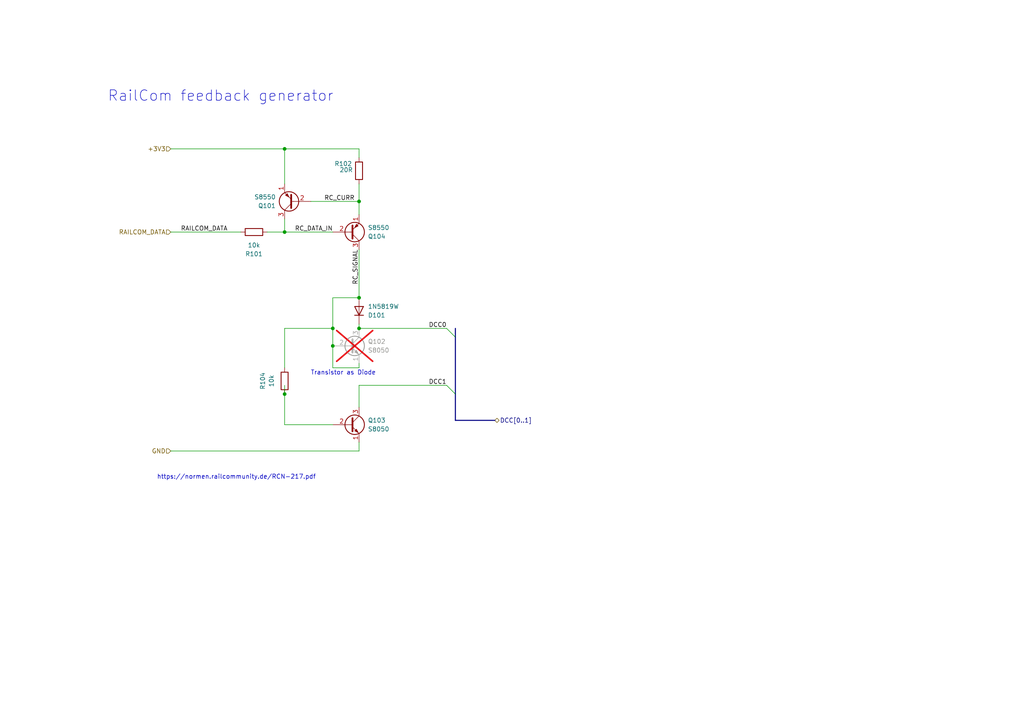
<source format=kicad_sch>
(kicad_sch
	(version 20231120)
	(generator "eeschema")
	(generator_version "8.0")
	(uuid "6d7aefd8-fcb8-4935-b99c-c7045c3b702f")
	(paper "A4")
	(title_block
		(title "xDuinoRail - LocDecoder - Development Kit")
		(date "2024-10-09")
		(rev "v0.2")
		(company "Chatelain Engineering, Bern - CH")
	)
	(lib_symbols
		(symbol "Device:R"
			(pin_numbers hide)
			(pin_names
				(offset 0)
			)
			(exclude_from_sim no)
			(in_bom yes)
			(on_board yes)
			(property "Reference" "R"
				(at 2.032 0 90)
				(effects
					(font
						(size 1.27 1.27)
					)
				)
			)
			(property "Value" "R"
				(at 0 0 90)
				(effects
					(font
						(size 1.27 1.27)
					)
				)
			)
			(property "Footprint" ""
				(at -1.778 0 90)
				(effects
					(font
						(size 1.27 1.27)
					)
					(hide yes)
				)
			)
			(property "Datasheet" "~"
				(at 0 0 0)
				(effects
					(font
						(size 1.27 1.27)
					)
					(hide yes)
				)
			)
			(property "Description" "Resistor"
				(at 0 0 0)
				(effects
					(font
						(size 1.27 1.27)
					)
					(hide yes)
				)
			)
			(property "ki_keywords" "R res resistor"
				(at 0 0 0)
				(effects
					(font
						(size 1.27 1.27)
					)
					(hide yes)
				)
			)
			(property "ki_fp_filters" "R_*"
				(at 0 0 0)
				(effects
					(font
						(size 1.27 1.27)
					)
					(hide yes)
				)
			)
			(symbol "R_0_1"
				(rectangle
					(start -1.016 -2.54)
					(end 1.016 2.54)
					(stroke
						(width 0.254)
						(type default)
					)
					(fill
						(type none)
					)
				)
			)
			(symbol "R_1_1"
				(pin passive line
					(at 0 3.81 270)
					(length 1.27)
					(name "~"
						(effects
							(font
								(size 1.27 1.27)
							)
						)
					)
					(number "1"
						(effects
							(font
								(size 1.27 1.27)
							)
						)
					)
				)
				(pin passive line
					(at 0 -3.81 90)
					(length 1.27)
					(name "~"
						(effects
							(font
								(size 1.27 1.27)
							)
						)
					)
					(number "2"
						(effects
							(font
								(size 1.27 1.27)
							)
						)
					)
				)
			)
		)
		(symbol "Diode:1N4148W"
			(pin_numbers hide)
			(pin_names hide)
			(exclude_from_sim no)
			(in_bom yes)
			(on_board yes)
			(property "Reference" "D"
				(at 0 2.54 0)
				(effects
					(font
						(size 1.27 1.27)
					)
				)
			)
			(property "Value" "1N4148W"
				(at 0 -2.54 0)
				(effects
					(font
						(size 1.27 1.27)
					)
				)
			)
			(property "Footprint" "Diode_SMD:D_SOD-123"
				(at 0 -4.445 0)
				(effects
					(font
						(size 1.27 1.27)
					)
					(hide yes)
				)
			)
			(property "Datasheet" "https://www.vishay.com/docs/85748/1n4148w.pdf"
				(at 0 0 0)
				(effects
					(font
						(size 1.27 1.27)
					)
					(hide yes)
				)
			)
			(property "Description" "75V 0.15A Fast Switching Diode, SOD-123"
				(at 0 0 0)
				(effects
					(font
						(size 1.27 1.27)
					)
					(hide yes)
				)
			)
			(property "Sim.Device" "D"
				(at 0 0 0)
				(effects
					(font
						(size 1.27 1.27)
					)
					(hide yes)
				)
			)
			(property "Sim.Pins" "1=K 2=A"
				(at 0 0 0)
				(effects
					(font
						(size 1.27 1.27)
					)
					(hide yes)
				)
			)
			(property "ki_keywords" "diode"
				(at 0 0 0)
				(effects
					(font
						(size 1.27 1.27)
					)
					(hide yes)
				)
			)
			(property "ki_fp_filters" "D*SOD?123*"
				(at 0 0 0)
				(effects
					(font
						(size 1.27 1.27)
					)
					(hide yes)
				)
			)
			(symbol "1N4148W_0_1"
				(polyline
					(pts
						(xy -1.27 1.27) (xy -1.27 -1.27)
					)
					(stroke
						(width 0.254)
						(type default)
					)
					(fill
						(type none)
					)
				)
				(polyline
					(pts
						(xy 1.27 0) (xy -1.27 0)
					)
					(stroke
						(width 0)
						(type default)
					)
					(fill
						(type none)
					)
				)
				(polyline
					(pts
						(xy 1.27 1.27) (xy 1.27 -1.27) (xy -1.27 0) (xy 1.27 1.27)
					)
					(stroke
						(width 0.254)
						(type default)
					)
					(fill
						(type none)
					)
				)
			)
			(symbol "1N4148W_1_1"
				(pin passive line
					(at -3.81 0 0)
					(length 2.54)
					(name "K"
						(effects
							(font
								(size 1.27 1.27)
							)
						)
					)
					(number "1"
						(effects
							(font
								(size 1.27 1.27)
							)
						)
					)
				)
				(pin passive line
					(at 3.81 0 180)
					(length 2.54)
					(name "A"
						(effects
							(font
								(size 1.27 1.27)
							)
						)
					)
					(number "2"
						(effects
							(font
								(size 1.27 1.27)
							)
						)
					)
				)
			)
		)
		(symbol "Transistor_BJT:S8050"
			(pin_names
				(offset 0) hide)
			(exclude_from_sim no)
			(in_bom yes)
			(on_board yes)
			(property "Reference" "Q"
				(at 5.08 1.905 0)
				(effects
					(font
						(size 1.27 1.27)
					)
					(justify left)
				)
			)
			(property "Value" "S8050"
				(at 5.08 0 0)
				(effects
					(font
						(size 1.27 1.27)
					)
					(justify left)
				)
			)
			(property "Footprint" "Package_TO_SOT_THT:TO-92_Inline"
				(at 5.08 -1.905 0)
				(effects
					(font
						(size 1.27 1.27)
						(italic yes)
					)
					(justify left)
					(hide yes)
				)
			)
			(property "Datasheet" "http://www.unisonic.com.tw/datasheet/S8050.pdf"
				(at 0 0 0)
				(effects
					(font
						(size 1.27 1.27)
					)
					(justify left)
					(hide yes)
				)
			)
			(property "Description" "0.7A Ic, 20V Vce, Low Voltage High Current NPN Transistor, TO-92"
				(at 0 0 0)
				(effects
					(font
						(size 1.27 1.27)
					)
					(hide yes)
				)
			)
			(property "ki_keywords" "S8050 NPN Low Voltage High Current Transistor"
				(at 0 0 0)
				(effects
					(font
						(size 1.27 1.27)
					)
					(hide yes)
				)
			)
			(property "ki_fp_filters" "TO?92*"
				(at 0 0 0)
				(effects
					(font
						(size 1.27 1.27)
					)
					(hide yes)
				)
			)
			(symbol "S8050_0_1"
				(polyline
					(pts
						(xy 0 0) (xy 0.635 0)
					)
					(stroke
						(width 0)
						(type default)
					)
					(fill
						(type none)
					)
				)
				(polyline
					(pts
						(xy 0.635 0.635) (xy 2.54 2.54)
					)
					(stroke
						(width 0)
						(type default)
					)
					(fill
						(type none)
					)
				)
				(polyline
					(pts
						(xy 0.635 -0.635) (xy 2.54 -2.54) (xy 2.54 -2.54)
					)
					(stroke
						(width 0)
						(type default)
					)
					(fill
						(type none)
					)
				)
				(polyline
					(pts
						(xy 0.635 1.905) (xy 0.635 -1.905) (xy 0.635 -1.905)
					)
					(stroke
						(width 0.508)
						(type default)
					)
					(fill
						(type none)
					)
				)
				(polyline
					(pts
						(xy 1.27 -1.778) (xy 1.778 -1.27) (xy 2.286 -2.286) (xy 1.27 -1.778) (xy 1.27 -1.778)
					)
					(stroke
						(width 0)
						(type default)
					)
					(fill
						(type outline)
					)
				)
				(circle
					(center 1.27 0)
					(radius 2.8194)
					(stroke
						(width 0.254)
						(type default)
					)
					(fill
						(type none)
					)
				)
			)
			(symbol "S8050_1_1"
				(pin passive line
					(at 2.54 -5.08 90)
					(length 2.54)
					(name "E"
						(effects
							(font
								(size 1.27 1.27)
							)
						)
					)
					(number "1"
						(effects
							(font
								(size 1.27 1.27)
							)
						)
					)
				)
				(pin input line
					(at -5.08 0 0)
					(length 5.08)
					(name "B"
						(effects
							(font
								(size 1.27 1.27)
							)
						)
					)
					(number "2"
						(effects
							(font
								(size 1.27 1.27)
							)
						)
					)
				)
				(pin passive line
					(at 2.54 5.08 270)
					(length 2.54)
					(name "C"
						(effects
							(font
								(size 1.27 1.27)
							)
						)
					)
					(number "3"
						(effects
							(font
								(size 1.27 1.27)
							)
						)
					)
				)
			)
		)
		(symbol "Transistor_BJT:S8550"
			(pin_names
				(offset 0) hide)
			(exclude_from_sim no)
			(in_bom yes)
			(on_board yes)
			(property "Reference" "Q"
				(at 5.08 1.905 0)
				(effects
					(font
						(size 1.27 1.27)
					)
					(justify left)
				)
			)
			(property "Value" "S8550"
				(at 5.08 0 0)
				(effects
					(font
						(size 1.27 1.27)
					)
					(justify left)
				)
			)
			(property "Footprint" "Package_TO_SOT_THT:TO-92_Inline"
				(at 5.08 -1.905 0)
				(effects
					(font
						(size 1.27 1.27)
						(italic yes)
					)
					(justify left)
					(hide yes)
				)
			)
			(property "Datasheet" "http://www.unisonic.com.tw/datasheet/S8550.pdf"
				(at 0 0 0)
				(effects
					(font
						(size 1.27 1.27)
					)
					(justify left)
					(hide yes)
				)
			)
			(property "Description" "0.7A Ic, 20V Vce, Low Voltage High Current PNP Transistor, TO-92"
				(at 0 0 0)
				(effects
					(font
						(size 1.27 1.27)
					)
					(hide yes)
				)
			)
			(property "ki_keywords" "S8550 PNP Low Voltage High Current Transistor"
				(at 0 0 0)
				(effects
					(font
						(size 1.27 1.27)
					)
					(hide yes)
				)
			)
			(property "ki_fp_filters" "TO?92*"
				(at 0 0 0)
				(effects
					(font
						(size 1.27 1.27)
					)
					(hide yes)
				)
			)
			(symbol "S8550_0_1"
				(polyline
					(pts
						(xy 0 0) (xy 0.635 0)
					)
					(stroke
						(width 0)
						(type default)
					)
					(fill
						(type none)
					)
				)
				(polyline
					(pts
						(xy 2.54 -2.54) (xy 0.635 -0.635)
					)
					(stroke
						(width 0)
						(type default)
					)
					(fill
						(type none)
					)
				)
				(polyline
					(pts
						(xy 2.54 2.54) (xy 0.635 0.635)
					)
					(stroke
						(width 0)
						(type default)
					)
					(fill
						(type none)
					)
				)
				(polyline
					(pts
						(xy 0.635 1.905) (xy 0.635 -1.905) (xy 0.635 -1.905)
					)
					(stroke
						(width 0.508)
						(type default)
					)
					(fill
						(type outline)
					)
				)
				(polyline
					(pts
						(xy 1.778 -2.286) (xy 2.286 -1.778) (xy 1.27 -1.27) (xy 1.778 -2.286) (xy 1.778 -2.286)
					)
					(stroke
						(width 0)
						(type default)
					)
					(fill
						(type outline)
					)
				)
				(circle
					(center 1.27 0)
					(radius 2.8194)
					(stroke
						(width 0.254)
						(type default)
					)
					(fill
						(type none)
					)
				)
			)
			(symbol "S8550_1_1"
				(pin passive line
					(at 2.54 -5.08 90)
					(length 2.54)
					(name "E"
						(effects
							(font
								(size 1.27 1.27)
							)
						)
					)
					(number "1"
						(effects
							(font
								(size 1.27 1.27)
							)
						)
					)
				)
				(pin input line
					(at -5.08 0 0)
					(length 5.08)
					(name "B"
						(effects
							(font
								(size 1.27 1.27)
							)
						)
					)
					(number "2"
						(effects
							(font
								(size 1.27 1.27)
							)
						)
					)
				)
				(pin passive line
					(at 2.54 5.08 270)
					(length 2.54)
					(name "C"
						(effects
							(font
								(size 1.27 1.27)
							)
						)
					)
					(number "3"
						(effects
							(font
								(size 1.27 1.27)
							)
						)
					)
				)
			)
		)
	)
	(junction
		(at 104.14 95.25)
		(diameter 0)
		(color 0 0 0 0)
		(uuid "0652522d-82e9-4ad9-8814-0bdfc78787ac")
	)
	(junction
		(at 96.52 100.33)
		(diameter 0)
		(color 0 0 0 0)
		(uuid "69565bf1-b601-44e5-8e6d-df4256a72342")
	)
	(junction
		(at 96.52 95.25)
		(diameter 0)
		(color 0 0 0 0)
		(uuid "6ebe5d1b-5bde-439d-8c10-02c75137a6a8")
	)
	(junction
		(at 104.14 86.36)
		(diameter 0)
		(color 0 0 0 0)
		(uuid "7bbb1eda-a4b1-441d-bc89-002d1ef9502e")
	)
	(junction
		(at 82.55 114.3)
		(diameter 0)
		(color 0 0 0 0)
		(uuid "a3e9acff-228a-4074-9153-5682b06ea711")
	)
	(junction
		(at 104.14 58.42)
		(diameter 0)
		(color 0 0 0 0)
		(uuid "ca62f718-3f5b-466c-a8fd-e34876271d96")
	)
	(junction
		(at 82.55 67.31)
		(diameter 0)
		(color 0 0 0 0)
		(uuid "d4d1e924-1cfc-4f72-b20c-33efe17d6fd6")
	)
	(junction
		(at 82.55 43.18)
		(diameter 0)
		(color 0 0 0 0)
		(uuid "dd080056-1331-4fd2-aeea-528367476e55")
	)
	(bus_entry
		(at 129.54 95.25)
		(size 2.54 2.54)
		(stroke
			(width 0)
			(type default)
		)
		(uuid "2dc9aa59-395a-4eb3-9fdf-fdb1d7d482f5")
	)
	(bus_entry
		(at 129.54 111.76)
		(size 2.54 2.54)
		(stroke
			(width 0)
			(type default)
		)
		(uuid "51c5254b-26ce-4f75-bf97-a6eb7de392c2")
	)
	(wire
		(pts
			(xy 104.14 53.34) (xy 104.14 58.42)
		)
		(stroke
			(width 0)
			(type default)
		)
		(uuid "0510b71e-a58f-4219-a921-cbfca355a663")
	)
	(wire
		(pts
			(xy 82.55 95.25) (xy 82.55 106.68)
		)
		(stroke
			(width 0)
			(type default)
		)
		(uuid "069f0117-de89-4411-96a5-2f56aadca6bc")
	)
	(wire
		(pts
			(xy 104.14 86.36) (xy 96.52 86.36)
		)
		(stroke
			(width 0)
			(type default)
		)
		(uuid "0bbf2107-0796-4d4c-83d4-3f50abee3b55")
	)
	(wire
		(pts
			(xy 82.55 111.76) (xy 82.55 114.3)
		)
		(stroke
			(width 0)
			(type default)
		)
		(uuid "0fadfe8a-aa63-40cd-b28a-fc141c5fce6b")
	)
	(wire
		(pts
			(xy 96.52 95.25) (xy 96.52 100.33)
		)
		(stroke
			(width 0)
			(type default)
		)
		(uuid "10756a4b-0cde-455e-a4fb-9f9856f84ebc")
	)
	(bus
		(pts
			(xy 132.08 114.3) (xy 132.08 97.79)
		)
		(stroke
			(width 0)
			(type default)
		)
		(uuid "139ab54c-f7d7-49e2-ad51-1db4fd3c7ce2")
	)
	(bus
		(pts
			(xy 143.51 121.92) (xy 132.08 121.92)
		)
		(stroke
			(width 0)
			(type default)
		)
		(uuid "1c6b7143-6c90-4b52-b1b8-f25b8731f408")
	)
	(wire
		(pts
			(xy 69.85 67.31) (xy 49.53 67.31)
		)
		(stroke
			(width 0)
			(type default)
		)
		(uuid "1c9c5692-f584-4323-9ddd-7430974807bd")
	)
	(wire
		(pts
			(xy 96.52 100.33) (xy 96.52 106.68)
		)
		(stroke
			(width 0)
			(type default)
		)
		(uuid "23d61184-aa7f-4d33-a8e6-2f5c8c7a6e3a")
	)
	(wire
		(pts
			(xy 104.14 111.76) (xy 129.54 111.76)
		)
		(stroke
			(width 0)
			(type default)
		)
		(uuid "29eef93e-52fc-487d-8150-dc477cd82f5e")
	)
	(wire
		(pts
			(xy 82.55 63.5) (xy 82.55 67.31)
		)
		(stroke
			(width 0)
			(type default)
		)
		(uuid "2d0086e8-1cde-49ec-9205-043f700eaab9")
	)
	(wire
		(pts
			(xy 104.14 86.36) (xy 104.14 72.39)
		)
		(stroke
			(width 0)
			(type default)
		)
		(uuid "4041f1d3-d1b6-4265-bf72-63d1bf8dbed9")
	)
	(wire
		(pts
			(xy 104.14 45.72) (xy 104.14 43.18)
		)
		(stroke
			(width 0)
			(type default)
		)
		(uuid "42828076-3501-4dfa-bbc4-6424af4c3131")
	)
	(bus
		(pts
			(xy 132.08 97.79) (xy 132.08 95.25)
		)
		(stroke
			(width 0)
			(type default)
		)
		(uuid "443d90b3-1f0c-4d97-ae90-b15a4f755e0c")
	)
	(wire
		(pts
			(xy 96.52 86.36) (xy 96.52 95.25)
		)
		(stroke
			(width 0)
			(type default)
		)
		(uuid "49daf5b7-2413-4f90-9efe-30b4dd4d6486")
	)
	(wire
		(pts
			(xy 96.52 95.25) (xy 82.55 95.25)
		)
		(stroke
			(width 0)
			(type default)
		)
		(uuid "4c8f52e7-f354-4f9f-b44f-907c6c6a64c4")
	)
	(wire
		(pts
			(xy 104.14 58.42) (xy 104.14 62.23)
		)
		(stroke
			(width 0)
			(type default)
		)
		(uuid "5bfc42a0-4add-4367-ad61-fb3eb59d9245")
	)
	(wire
		(pts
			(xy 104.14 93.98) (xy 104.14 95.25)
		)
		(stroke
			(width 0)
			(type default)
		)
		(uuid "69e09673-8071-4ec4-87da-c430b2d62f7c")
	)
	(wire
		(pts
			(xy 82.55 43.18) (xy 104.14 43.18)
		)
		(stroke
			(width 0)
			(type default)
		)
		(uuid "6c6c2fde-86d0-45bb-95d1-a7c8270a0947")
	)
	(wire
		(pts
			(xy 82.55 43.18) (xy 82.55 53.34)
		)
		(stroke
			(width 0)
			(type default)
		)
		(uuid "80842b94-3929-496a-ad07-e6f56fa2c4cd")
	)
	(wire
		(pts
			(xy 77.47 67.31) (xy 82.55 67.31)
		)
		(stroke
			(width 0)
			(type default)
		)
		(uuid "a0722c2b-edf0-481c-9e8f-4dfd99612bca")
	)
	(wire
		(pts
			(xy 49.53 130.81) (xy 104.14 130.81)
		)
		(stroke
			(width 0)
			(type default)
		)
		(uuid "a4093914-92d6-4e03-8f5c-b669f535a1a5")
	)
	(wire
		(pts
			(xy 96.52 123.19) (xy 82.55 123.19)
		)
		(stroke
			(width 0)
			(type default)
		)
		(uuid "a46d1f6a-442f-44ac-b9f1-093c1b4985e8")
	)
	(wire
		(pts
			(xy 104.14 58.42) (xy 90.17 58.42)
		)
		(stroke
			(width 0)
			(type default)
		)
		(uuid "a55d065e-68fa-4ec2-a9b1-baea70edea71")
	)
	(wire
		(pts
			(xy 129.54 95.25) (xy 104.14 95.25)
		)
		(stroke
			(width 0)
			(type default)
		)
		(uuid "b700b366-1b24-4e42-807a-2decb4983d77")
	)
	(wire
		(pts
			(xy 104.14 106.68) (xy 104.14 105.41)
		)
		(stroke
			(width 0)
			(type default)
		)
		(uuid "b7d40256-03e2-40e7-83a3-3995744f7c46")
	)
	(wire
		(pts
			(xy 82.55 43.18) (xy 49.53 43.18)
		)
		(stroke
			(width 0)
			(type default)
		)
		(uuid "bc2d20b8-6f21-455f-9d1d-11b5bdd78d0a")
	)
	(wire
		(pts
			(xy 96.52 67.31) (xy 82.55 67.31)
		)
		(stroke
			(width 0)
			(type default)
		)
		(uuid "c7c225d5-13a7-42ed-8fef-fec78efc480b")
	)
	(wire
		(pts
			(xy 82.55 114.3) (xy 82.55 123.19)
		)
		(stroke
			(width 0)
			(type default)
		)
		(uuid "ca3f6dea-c90f-4582-bd40-daa4fda5e946")
	)
	(bus
		(pts
			(xy 132.08 121.92) (xy 132.08 114.3)
		)
		(stroke
			(width 0)
			(type default)
		)
		(uuid "cf8ea145-f5a3-4b32-8c87-356a473b11ca")
	)
	(wire
		(pts
			(xy 104.14 118.11) (xy 104.14 111.76)
		)
		(stroke
			(width 0)
			(type default)
		)
		(uuid "db9c2452-c2f9-4c8a-8911-ace306176a59")
	)
	(wire
		(pts
			(xy 96.52 106.68) (xy 104.14 106.68)
		)
		(stroke
			(width 0)
			(type default)
		)
		(uuid "e31c5264-19c3-44c4-b382-001e1cf741e2")
	)
	(wire
		(pts
			(xy 104.14 130.81) (xy 104.14 128.27)
		)
		(stroke
			(width 0)
			(type default)
		)
		(uuid "f021154a-033e-425e-b799-770e0bb527c8")
	)
	(text "Transistor as Diode"
		(exclude_from_sim no)
		(at 99.568 108.204 0)
		(effects
			(font
				(size 1.27 1.27)
			)
		)
		(uuid "39edae8a-16de-4562-b041-60b2f4f3fdec")
	)
	(text "RailCom feedback generator"
		(exclude_from_sim no)
		(at 64.008 27.94 0)
		(effects
			(font
				(size 3.048 3.048)
			)
		)
		(uuid "4bd3dc2a-2063-413e-999c-593cb966b599")
	)
	(text "https://normen.railcommunity.de/RCN-217.pdf"
		(exclude_from_sim no)
		(at 68.58 138.43 0)
		(effects
			(font
				(size 1.27 1.27)
			)
		)
		(uuid "9e86799d-4ff4-4e68-8d50-6fa5177fad79")
	)
	(label "RC_CURR"
		(at 102.87 58.42 180)
		(effects
			(font
				(size 1.27 1.27)
			)
			(justify right bottom)
		)
		(uuid "26a16335-6596-4ee3-af3e-1bc0ad95ad2a")
	)
	(label "RC_DATA_IN"
		(at 96.52 67.31 180)
		(effects
			(font
				(size 1.27 1.27)
			)
			(justify right bottom)
		)
		(uuid "36762723-fc5f-4dc3-9969-8e9ab5be656f")
	)
	(label "RC_SIGNAL"
		(at 104.14 82.55 90)
		(effects
			(font
				(size 1.27 1.27)
			)
			(justify left bottom)
		)
		(uuid "7c78d186-b3f4-4d52-b44c-63d0bc9735bd")
	)
	(label "DCC1"
		(at 129.54 111.76 180)
		(effects
			(font
				(size 1.27 1.27)
			)
			(justify right bottom)
		)
		(uuid "cce0629f-3916-4190-a30b-62dc068bf01f")
	)
	(label "DCC0"
		(at 129.54 95.25 180)
		(effects
			(font
				(size 1.27 1.27)
			)
			(justify right bottom)
		)
		(uuid "d5397358-05be-4349-8291-7077f00da089")
	)
	(label "RAILCOM_DATA"
		(at 66.04 67.31 180)
		(effects
			(font
				(size 1.27 1.27)
			)
			(justify right bottom)
		)
		(uuid "f7bc0e68-cc42-43e2-8f80-ba4d512a1c89")
	)
	(hierarchical_label "DCC[0..1]"
		(shape bidirectional)
		(at 143.51 121.92 0)
		(effects
			(font
				(size 1.27 1.27)
			)
			(justify left)
		)
		(uuid "132b29dd-180a-4f14-a732-72c9b9831161")
	)
	(hierarchical_label "GND"
		(shape input)
		(at 49.53 130.81 180)
		(effects
			(font
				(size 1.27 1.27)
			)
			(justify right)
		)
		(uuid "25cd67eb-429d-4c8f-bbd7-92ce915ed5ae")
	)
	(hierarchical_label "+3V3"
		(shape input)
		(at 49.53 43.18 180)
		(effects
			(font
				(size 1.27 1.27)
			)
			(justify right)
		)
		(uuid "cc801ee5-4cf7-4096-9b9e-6a13d61aa26b")
	)
	(hierarchical_label "RAILCOM_DATA"
		(shape input)
		(at 49.53 67.31 180)
		(effects
			(font
				(size 1.27 1.27)
			)
			(justify right)
		)
		(uuid "d1be0aa3-a748-498a-9394-478e861d198b")
	)
	(symbol
		(lib_id "Transistor_BJT:S8550")
		(at 85.09 58.42 180)
		(unit 1)
		(exclude_from_sim no)
		(in_bom yes)
		(on_board yes)
		(dnp no)
		(uuid "026ed440-3867-473a-96c7-950a7b491d85")
		(property "Reference" "Q101"
			(at 80.01 59.69 0)
			(effects
				(font
					(size 1.27 1.27)
				)
				(justify left)
			)
		)
		(property "Value" "S8550"
			(at 80.01 57.15 0)
			(effects
				(font
					(size 1.27 1.27)
				)
				(justify left)
			)
		)
		(property "Footprint" "xDuinoRail:8x50_SOT-23"
			(at 80.01 56.515 0)
			(effects
				(font
					(size 1.27 1.27)
					(italic yes)
				)
				(justify left)
				(hide yes)
			)
		)
		(property "Datasheet" "http://www.unisonic.com.tw/datasheet/S8550.pdf"
			(at 85.09 58.42 0)
			(effects
				(font
					(size 1.27 1.27)
				)
				(justify left)
				(hide yes)
			)
		)
		(property "Description" "0.7A Ic, 20V Vce, Low Voltage High Current PNP Transistor, TO-92"
			(at 85.09 58.42 0)
			(effects
				(font
					(size 1.27 1.27)
				)
				(hide yes)
			)
		)
		(property "LCSC" "C8542"
			(at 85.09 58.42 0)
			(effects
				(font
					(size 1.27 1.27)
				)
				(hide yes)
			)
		)
		(property "Field-1" ""
			(at 85.09 58.42 0)
			(effects
				(font
					(size 1.27 1.27)
				)
				(hide yes)
			)
		)
		(property "OLI_ID" "S8550-2TY_SOT-23"
			(at 85.09 58.42 0)
			(effects
				(font
					(size 1.27 1.27)
				)
				(hide yes)
			)
		)
		(property "Frequency" ""
			(at 85.09 58.42 0)
			(effects
				(font
					(size 1.27 1.27)
				)
				(hide yes)
			)
		)
		(property "LCSC Part #" ""
			(at 85.09 58.42 0)
			(effects
				(font
					(size 1.27 1.27)
				)
				(hide yes)
			)
		)
		(property "rohs_cert_or_in_datasheet" ""
			(at 85.09 58.42 0)
			(effects
				(font
					(size 1.27 1.27)
				)
				(hide yes)
			)
		)
		(property "Sim.Device" "PNP"
			(at 85.09 58.42 0)
			(effects
				(font
					(size 1.27 1.27)
				)
				(hide yes)
			)
		)
		(property "Sim.Type" "GUMMELPOON"
			(at 85.09 58.42 0)
			(effects
				(font
					(size 1.27 1.27)
				)
				(hide yes)
			)
		)
		(property "Sim.Pins" "3=C 2=B 1=E"
			(at 85.09 58.42 0)
			(effects
				(font
					(size 1.27 1.27)
				)
				(hide yes)
			)
		)
		(property "Sim.Library" "__ltspice\\8x50.lib"
			(at 85.09 58.42 0)
			(effects
				(font
					(size 1.27 1.27)
				)
				(hide yes)
			)
		)
		(property "Sim.Name" "S8550"
			(at 85.09 58.42 0)
			(effects
				(font
					(size 1.27 1.27)
				)
				(hide yes)
			)
		)
		(property "Sim.Params" ""
			(at 85.09 58.42 0)
			(effects
				(font
					(size 1.27 1.27)
				)
				(hide yes)
			)
		)
		(property "P/N" ""
			(at 85.09 58.42 0)
			(effects
				(font
					(size 1.27 1.27)
				)
				(hide yes)
			)
		)
		(pin "1"
			(uuid "df86325d-f415-41e9-8ffb-f0e678cea4b6")
		)
		(pin "2"
			(uuid "b1adbdb8-f525-4372-8c98-d2985bf4ad1d")
		)
		(pin "3"
			(uuid "624e2054-f733-4e1f-b63a-e91be6ab3c8e")
		)
		(instances
			(project "rails_signal_feedback_dcc-railcom-8x50"
				(path "/6d7aefd8-fcb8-4935-b99c-c7045c3b702f"
					(reference "Q101")
					(unit 1)
				)
				(path "/6d7aefd8-fcb8-4935-b99c-c7045c3b702f/2444bbf9-5682-4e11-b667-350d7de8ca4f"
					(reference "Q101")
					(unit 1)
				)
			)
			(project "xDuinoRail-Arduino-RailcomDetect-Dev"
				(path "/81b33966-136c-4d5d-8e55-9dddbbd3dbe5/2e760e4f-382c-4bbb-b931-2c889ce9fb97"
					(reference "Q801")
					(unit 1)
				)
			)
			(project "xDuinoRails-Fortuna-M"
				(path "/fb33ec4e-6596-45d2-a121-8d3475acd69a/c9229de7-1ed3-435d-9b11-33fa2e05ec65/b3e33b0b-4447-491d-8248-39a0d5e1dc57"
					(reference "Q601")
					(unit 1)
				)
			)
		)
	)
	(symbol
		(lib_id "Transistor_BJT:S8550")
		(at 101.6 67.31 0)
		(mirror x)
		(unit 1)
		(exclude_from_sim no)
		(in_bom yes)
		(on_board yes)
		(dnp no)
		(uuid "15a74d9e-94e4-47a9-984e-b42dc5aa5844")
		(property "Reference" "Q104"
			(at 106.68 68.58 0)
			(effects
				(font
					(size 1.27 1.27)
				)
				(justify left)
			)
		)
		(property "Value" "S8550"
			(at 106.68 66.04 0)
			(effects
				(font
					(size 1.27 1.27)
				)
				(justify left)
			)
		)
		(property "Footprint" "xDuinoRail:8x50_SOT-23"
			(at 106.68 65.405 0)
			(effects
				(font
					(size 1.27 1.27)
					(italic yes)
				)
				(justify left)
				(hide yes)
			)
		)
		(property "Datasheet" "http://www.unisonic.com.tw/datasheet/S8550.pdf"
			(at 101.6 67.31 0)
			(effects
				(font
					(size 1.27 1.27)
				)
				(justify left)
				(hide yes)
			)
		)
		(property "Description" "0.7A Ic, 20V Vce, Low Voltage High Current PNP Transistor, TO-92"
			(at 101.6 67.31 0)
			(effects
				(font
					(size 1.27 1.27)
				)
				(hide yes)
			)
		)
		(property "LCSC" "C8542"
			(at 101.6 67.31 0)
			(effects
				(font
					(size 1.27 1.27)
				)
				(hide yes)
			)
		)
		(property "Field-1" ""
			(at 101.6 67.31 0)
			(effects
				(font
					(size 1.27 1.27)
				)
				(hide yes)
			)
		)
		(property "OLI_ID" "S8550-2TY_SOT-23"
			(at 101.6 67.31 0)
			(effects
				(font
					(size 1.27 1.27)
				)
				(hide yes)
			)
		)
		(property "Frequency" ""
			(at 101.6 67.31 0)
			(effects
				(font
					(size 1.27 1.27)
				)
				(hide yes)
			)
		)
		(property "LCSC Part #" ""
			(at 101.6 67.31 0)
			(effects
				(font
					(size 1.27 1.27)
				)
				(hide yes)
			)
		)
		(property "rohs_cert_or_in_datasheet" ""
			(at 101.6 67.31 0)
			(effects
				(font
					(size 1.27 1.27)
				)
				(hide yes)
			)
		)
		(property "Sim.Device" "PNP"
			(at 101.6 67.31 0)
			(effects
				(font
					(size 1.27 1.27)
				)
				(hide yes)
			)
		)
		(property "Sim.Pins" "3=C 2=B 1=E"
			(at 101.6 67.31 0)
			(effects
				(font
					(size 1.27 1.27)
				)
				(hide yes)
			)
		)
		(property "Sim.Type" "GUMMELPOON"
			(at 101.6 67.31 0)
			(effects
				(font
					(size 1.27 1.27)
				)
				(hide yes)
			)
		)
		(property "Sim.Library" "__ltspice\\8x50.lib"
			(at 101.6 67.31 0)
			(effects
				(font
					(size 1.27 1.27)
				)
				(hide yes)
			)
		)
		(property "Sim.Name" "S8550"
			(at 101.6 67.31 0)
			(effects
				(font
					(size 1.27 1.27)
				)
				(hide yes)
			)
		)
		(property "Sim.Params" ""
			(at 101.6 67.31 0)
			(effects
				(font
					(size 1.27 1.27)
				)
				(hide yes)
			)
		)
		(property "P/N" ""
			(at 101.6 67.31 0)
			(effects
				(font
					(size 1.27 1.27)
				)
				(hide yes)
			)
		)
		(pin "1"
			(uuid "7a4c76f5-6b01-418c-841e-221f250767e2")
		)
		(pin "2"
			(uuid "d800111e-5892-4915-9fa4-b809b4db194d")
		)
		(pin "3"
			(uuid "a15b99a7-b7db-4266-b1f6-96fedab17dd6")
		)
		(instances
			(project "rails_signal_feedback_dcc-railcom-8x50"
				(path "/6d7aefd8-fcb8-4935-b99c-c7045c3b702f"
					(reference "Q104")
					(unit 1)
				)
				(path "/6d7aefd8-fcb8-4935-b99c-c7045c3b702f/2444bbf9-5682-4e11-b667-350d7de8ca4f"
					(reference "Q104")
					(unit 1)
				)
			)
			(project "xDuinoRail-Arduino-RailcomDetect-Dev"
				(path "/81b33966-136c-4d5d-8e55-9dddbbd3dbe5/2e760e4f-382c-4bbb-b931-2c889ce9fb97"
					(reference "Q804")
					(unit 1)
				)
			)
			(project "xDuinoRails-Fortuna-M"
				(path "/fb33ec4e-6596-45d2-a121-8d3475acd69a/c9229de7-1ed3-435d-9b11-33fa2e05ec65/b3e33b0b-4447-491d-8248-39a0d5e1dc57"
					(reference "Q602")
					(unit 1)
				)
			)
		)
	)
	(symbol
		(lib_id "Device:R")
		(at 104.14 49.53 0)
		(mirror x)
		(unit 1)
		(exclude_from_sim no)
		(in_bom yes)
		(on_board yes)
		(dnp no)
		(uuid "294347dd-ae82-462c-957d-4c6cefe1818b")
		(property "Reference" "R102"
			(at 102.108 47.498 0)
			(effects
				(font
					(size 1.27 1.27)
				)
				(justify right)
			)
		)
		(property "Value" "20R"
			(at 102.362 49.276 0)
			(effects
				(font
					(size 1.27 1.27)
				)
				(justify right)
			)
		)
		(property "Footprint" "Resistor_SMD:R_0603_1608Metric_Pad0.98x0.95mm_HandSolder"
			(at 102.362 49.53 90)
			(effects
				(font
					(size 1.27 1.27)
				)
				(hide yes)
			)
		)
		(property "Datasheet" "~"
			(at 104.14 49.53 0)
			(effects
				(font
					(size 1.27 1.27)
				)
				(hide yes)
			)
		)
		(property "Description" "Resistor"
			(at 104.14 49.53 0)
			(effects
				(font
					(size 1.27 1.27)
				)
				(hide yes)
			)
		)
		(property "LCSC" "C22950"
			(at 104.14 49.53 0)
			(effects
				(font
					(size 1.27 1.27)
				)
				(hide yes)
			)
		)
		(property "Field-1" ""
			(at 104.14 49.53 0)
			(effects
				(font
					(size 1.27 1.27)
				)
				(hide yes)
			)
		)
		(property "Frequency" ""
			(at 104.14 49.53 0)
			(effects
				(font
					(size 1.27 1.27)
				)
				(hide yes)
			)
		)
		(property "LCSC Part #" ""
			(at 104.14 49.53 0)
			(effects
				(font
					(size 1.27 1.27)
				)
				(hide yes)
			)
		)
		(property "rohs_cert_or_in_datasheet" ""
			(at 104.14 49.53 0)
			(effects
				(font
					(size 1.27 1.27)
				)
				(hide yes)
			)
		)
		(property "OLI_ID" "20R_0805"
			(at 104.14 49.53 0)
			(effects
				(font
					(size 1.27 1.27)
				)
				(hide yes)
			)
		)
		(property "Sim.Device" "R"
			(at 104.14 49.53 0)
			(effects
				(font
					(size 1.27 1.27)
				)
				(hide yes)
			)
		)
		(property "Sim.Pins" "1=+ 2=-"
			(at 104.14 49.53 0)
			(effects
				(font
					(size 1.27 1.27)
				)
				(hide yes)
			)
		)
		(property "Sim.Params" ""
			(at 104.14 49.53 0)
			(effects
				(font
					(size 1.27 1.27)
				)
				(hide yes)
			)
		)
		(property "P/N" ""
			(at 104.14 49.53 0)
			(effects
				(font
					(size 1.27 1.27)
				)
				(hide yes)
			)
		)
		(pin "1"
			(uuid "bbd1f75c-9f51-487b-ab16-c292e39a7f95")
		)
		(pin "2"
			(uuid "106573dc-47ff-4816-a8c9-7a0fb43c22bb")
		)
		(instances
			(project "rails_signal_feedback_dcc-railcom-8x50"
				(path "/6d7aefd8-fcb8-4935-b99c-c7045c3b702f"
					(reference "R102")
					(unit 1)
				)
				(path "/6d7aefd8-fcb8-4935-b99c-c7045c3b702f/2444bbf9-5682-4e11-b667-350d7de8ca4f"
					(reference "R102")
					(unit 1)
				)
			)
			(project "xDuinoRail-Arduino-RailcomDetect-Dev"
				(path "/81b33966-136c-4d5d-8e55-9dddbbd3dbe5/2e760e4f-382c-4bbb-b931-2c889ce9fb97"
					(reference "R802")
					(unit 1)
				)
			)
			(project "xDuinoRails-Fortuna-M"
				(path "/fb33ec4e-6596-45d2-a121-8d3475acd69a/c9229de7-1ed3-435d-9b11-33fa2e05ec65/b3e33b0b-4447-491d-8248-39a0d5e1dc57"
					(reference "R601")
					(unit 1)
				)
			)
		)
	)
	(symbol
		(lib_id "Transistor_BJT:S8050")
		(at 101.6 100.33 0)
		(unit 1)
		(exclude_from_sim yes)
		(in_bom no)
		(on_board no)
		(dnp yes)
		(uuid "5c7cabad-a10e-4a28-aaf7-a137a384718f")
		(property "Reference" "Q102"
			(at 106.68 99.06 0)
			(effects
				(font
					(size 1.27 1.27)
				)
				(justify left)
			)
		)
		(property "Value" "S8050"
			(at 106.68 101.6 0)
			(effects
				(font
					(size 1.27 1.27)
				)
				(justify left)
			)
		)
		(property "Footprint" "xDuinoRail:8x50_SOT-23"
			(at 106.68 102.235 0)
			(effects
				(font
					(size 1.27 1.27)
					(italic yes)
				)
				(justify left)
				(hide yes)
			)
		)
		(property "Datasheet" "http://www.unisonic.com.tw/datasheet/S8050.pdf"
			(at 101.6 100.33 0)
			(effects
				(font
					(size 1.27 1.27)
				)
				(justify left)
				(hide yes)
			)
		)
		(property "Description" "0.7A Ic, 20V Vce, Low Voltage High Current NPN Transistor, TO-92"
			(at 101.6 100.33 0)
			(effects
				(font
					(size 1.27 1.27)
				)
				(hide yes)
			)
		)
		(property "LCSC" "C2150"
			(at 101.6 100.33 0)
			(effects
				(font
					(size 1.27 1.27)
				)
				(hide yes)
			)
		)
		(property "Field-1" ""
			(at 101.6 100.33 0)
			(effects
				(font
					(size 1.27 1.27)
				)
				(hide yes)
			)
		)
		(property "OLI_ID" "S8050-J3Y_SOT-23"
			(at 101.6 100.33 0)
			(effects
				(font
					(size 1.27 1.27)
				)
				(hide yes)
			)
		)
		(property "Frequency" ""
			(at 101.6 100.33 0)
			(effects
				(font
					(size 1.27 1.27)
				)
				(hide yes)
			)
		)
		(property "LCSC Part #" ""
			(at 101.6 100.33 0)
			(effects
				(font
					(size 1.27 1.27)
				)
				(hide yes)
			)
		)
		(property "rohs_cert_or_in_datasheet" ""
			(at 101.6 100.33 0)
			(effects
				(font
					(size 1.27 1.27)
				)
				(hide yes)
			)
		)
		(property "Sim.Device" "NPN"
			(at 101.6 100.33 0)
			(effects
				(font
					(size 1.27 1.27)
				)
				(hide yes)
			)
		)
		(property "Sim.Pins" "1=E 2=B 3=C"
			(at 101.6 100.33 0)
			(effects
				(font
					(size 1.27 1.27)
				)
				(hide yes)
			)
		)
		(property "Sim.Type" "GUMMELPOON"
			(at 101.6 100.33 0)
			(effects
				(font
					(size 1.27 1.27)
				)
				(hide yes)
			)
		)
		(property "Sim.Library" "__ltspice\\8x50.lib"
			(at 101.6 100.33 0)
			(effects
				(font
					(size 1.27 1.27)
				)
				(hide yes)
			)
		)
		(property "Sim.Name" "S8050"
			(at 101.6 100.33 0)
			(effects
				(font
					(size 1.27 1.27)
				)
				(hide yes)
			)
		)
		(property "Sim.Params" ""
			(at 101.6 100.33 0)
			(effects
				(font
					(size 1.27 1.27)
				)
				(hide yes)
			)
		)
		(property "P/N" ""
			(at 101.6 100.33 0)
			(effects
				(font
					(size 1.27 1.27)
				)
				(hide yes)
			)
		)
		(pin "1"
			(uuid "d39c395b-021f-4809-9b86-521d44f46473")
		)
		(pin "2"
			(uuid "f5a88a76-593a-40b3-b38b-0f913e0553fe")
		)
		(pin "3"
			(uuid "347cdb3b-9b67-4de7-ae90-bee0d174c5d8")
		)
		(instances
			(project "rails_signal_feedback_dcc-railcom-8x50"
				(path "/6d7aefd8-fcb8-4935-b99c-c7045c3b702f"
					(reference "Q102")
					(unit 1)
				)
				(path "/6d7aefd8-fcb8-4935-b99c-c7045c3b702f/2444bbf9-5682-4e11-b667-350d7de8ca4f"
					(reference "Q102")
					(unit 1)
				)
			)
			(project "xDuinoRail-Arduino-RailcomDetect-Dev"
				(path "/81b33966-136c-4d5d-8e55-9dddbbd3dbe5/2e760e4f-382c-4bbb-b931-2c889ce9fb97"
					(reference "Q802")
					(unit 1)
				)
			)
			(project "xDuinoRails-Fortuna-M"
				(path "/fb33ec4e-6596-45d2-a121-8d3475acd69a/c9229de7-1ed3-435d-9b11-33fa2e05ec65/b3e33b0b-4447-491d-8248-39a0d5e1dc57"
					(reference "Q603")
					(unit 1)
				)
			)
		)
	)
	(symbol
		(lib_id "Device:R")
		(at 73.66 67.31 270)
		(unit 1)
		(exclude_from_sim no)
		(in_bom yes)
		(on_board yes)
		(dnp no)
		(uuid "92c8825e-ceb1-4e53-881b-5c0cb356fc77")
		(property "Reference" "R101"
			(at 73.66 73.66 90)
			(effects
				(font
					(size 1.27 1.27)
				)
			)
		)
		(property "Value" "10k"
			(at 73.66 71.12 90)
			(effects
				(font
					(size 1.27 1.27)
				)
			)
		)
		(property "Footprint" "Resistor_SMD:R_0603_1608Metric_Pad0.98x0.95mm_HandSolder"
			(at 73.66 65.532 90)
			(effects
				(font
					(size 1.27 1.27)
				)
				(hide yes)
			)
		)
		(property "Datasheet" "~"
			(at 73.66 67.31 0)
			(effects
				(font
					(size 1.27 1.27)
				)
				(hide yes)
			)
		)
		(property "Description" "Resistor"
			(at 73.66 67.31 0)
			(effects
				(font
					(size 1.27 1.27)
				)
				(hide yes)
			)
		)
		(property "LCSC" "C25744"
			(at 73.66 67.31 0)
			(effects
				(font
					(size 1.27 1.27)
				)
				(hide yes)
			)
		)
		(property "Field-1" ""
			(at 73.66 67.31 0)
			(effects
				(font
					(size 1.27 1.27)
				)
				(hide yes)
			)
		)
		(property "OLI_ID" "10k_0603"
			(at 73.66 67.31 0)
			(effects
				(font
					(size 1.27 1.27)
				)
				(hide yes)
			)
		)
		(property "Frequency" ""
			(at 73.66 67.31 0)
			(effects
				(font
					(size 1.27 1.27)
				)
				(hide yes)
			)
		)
		(property "LCSC Part #" ""
			(at 73.66 67.31 0)
			(effects
				(font
					(size 1.27 1.27)
				)
				(hide yes)
			)
		)
		(property "rohs_cert_or_in_datasheet" ""
			(at 73.66 67.31 0)
			(effects
				(font
					(size 1.27 1.27)
				)
				(hide yes)
			)
		)
		(property "Sim.Library" ""
			(at 73.66 67.31 0)
			(effects
				(font
					(size 1.27 1.27)
				)
				(hide yes)
			)
		)
		(property "Sim.Name" ""
			(at 73.66 67.31 0)
			(effects
				(font
					(size 1.27 1.27)
				)
				(hide yes)
			)
		)
		(property "Sim.Device" "R"
			(at 73.66 67.31 0)
			(effects
				(font
					(size 1.27 1.27)
				)
				(hide yes)
			)
		)
		(property "Sim.Pins" "1=+ 2=-"
			(at 73.66 67.31 0)
			(effects
				(font
					(size 1.27 1.27)
				)
				(hide yes)
			)
		)
		(property "Sim.Params" ""
			(at 73.66 67.31 0)
			(effects
				(font
					(size 1.27 1.27)
				)
				(hide yes)
			)
		)
		(property "P/N" ""
			(at 73.66 67.31 0)
			(effects
				(font
					(size 1.27 1.27)
				)
				(hide yes)
			)
		)
		(pin "1"
			(uuid "67665b31-1060-445c-877a-3fe0f412bcf5")
		)
		(pin "2"
			(uuid "1e61766d-ff9d-4cac-8b5f-6ba98cab342c")
		)
		(instances
			(project "rails_signal_feedback_dcc-railcom-8x50"
				(path "/6d7aefd8-fcb8-4935-b99c-c7045c3b702f"
					(reference "R101")
					(unit 1)
				)
				(path "/6d7aefd8-fcb8-4935-b99c-c7045c3b702f/2444bbf9-5682-4e11-b667-350d7de8ca4f"
					(reference "R101")
					(unit 1)
				)
			)
			(project "xDuinoRail-Arduino-RailcomDetect-Dev"
				(path "/81b33966-136c-4d5d-8e55-9dddbbd3dbe5/2e760e4f-382c-4bbb-b931-2c889ce9fb97"
					(reference "R801")
					(unit 1)
				)
			)
			(project "xDuinoRails-Fortuna-M"
				(path "/fb33ec4e-6596-45d2-a121-8d3475acd69a/c9229de7-1ed3-435d-9b11-33fa2e05ec65/b3e33b0b-4447-491d-8248-39a0d5e1dc57"
					(reference "R603")
					(unit 1)
				)
			)
		)
	)
	(symbol
		(lib_id "Transistor_BJT:S8050")
		(at 101.6 123.19 0)
		(unit 1)
		(exclude_from_sim no)
		(in_bom yes)
		(on_board yes)
		(dnp no)
		(uuid "93d20184-7439-44d4-8f5e-d466b5d6854c")
		(property "Reference" "Q103"
			(at 106.68 121.92 0)
			(effects
				(font
					(size 1.27 1.27)
				)
				(justify left)
			)
		)
		(property "Value" "S8050"
			(at 106.68 124.46 0)
			(effects
				(font
					(size 1.27 1.27)
				)
				(justify left)
			)
		)
		(property "Footprint" "xDuinoRail:8x50_SOT-23"
			(at 106.68 125.095 0)
			(effects
				(font
					(size 1.27 1.27)
					(italic yes)
				)
				(justify left)
				(hide yes)
			)
		)
		(property "Datasheet" "http://www.unisonic.com.tw/datasheet/S8050.pdf"
			(at 101.6 123.19 0)
			(effects
				(font
					(size 1.27 1.27)
				)
				(justify left)
				(hide yes)
			)
		)
		(property "Description" "0.7A Ic, 20V Vce, Low Voltage High Current NPN Transistor, TO-92"
			(at 101.6 123.19 0)
			(effects
				(font
					(size 1.27 1.27)
				)
				(hide yes)
			)
		)
		(property "LCSC" "C2150"
			(at 101.6 123.19 0)
			(effects
				(font
					(size 1.27 1.27)
				)
				(hide yes)
			)
		)
		(property "Field-1" ""
			(at 101.6 123.19 0)
			(effects
				(font
					(size 1.27 1.27)
				)
				(hide yes)
			)
		)
		(property "OLI_ID" "S8050-J3Y_SOT-23"
			(at 101.6 123.19 0)
			(effects
				(font
					(size 1.27 1.27)
				)
				(hide yes)
			)
		)
		(property "Frequency" ""
			(at 101.6 123.19 0)
			(effects
				(font
					(size 1.27 1.27)
				)
				(hide yes)
			)
		)
		(property "LCSC Part #" ""
			(at 101.6 123.19 0)
			(effects
				(font
					(size 1.27 1.27)
				)
				(hide yes)
			)
		)
		(property "rohs_cert_or_in_datasheet" ""
			(at 101.6 123.19 0)
			(effects
				(font
					(size 1.27 1.27)
				)
				(hide yes)
			)
		)
		(property "Sim.Device" "NPN"
			(at 101.6 123.19 0)
			(effects
				(font
					(size 1.27 1.27)
				)
				(hide yes)
			)
		)
		(property "Sim.Pins" "1=E 2=B 3=C"
			(at 101.6 123.19 0)
			(effects
				(font
					(size 1.27 1.27)
				)
				(hide yes)
			)
		)
		(property "Sim.Type" "GUMMELPOON"
			(at 101.6 123.19 0)
			(effects
				(font
					(size 1.27 1.27)
				)
				(hide yes)
			)
		)
		(property "Sim.Library" "__ltspice\\8x50.lib"
			(at 101.6 123.19 0)
			(effects
				(font
					(size 1.27 1.27)
				)
				(hide yes)
			)
		)
		(property "Sim.Name" "S8050"
			(at 101.6 123.19 0)
			(effects
				(font
					(size 1.27 1.27)
				)
				(hide yes)
			)
		)
		(property "Sim.Params" ""
			(at 101.6 123.19 0)
			(effects
				(font
					(size 1.27 1.27)
				)
				(hide yes)
			)
		)
		(property "P/N" ""
			(at 101.6 123.19 0)
			(effects
				(font
					(size 1.27 1.27)
				)
				(hide yes)
			)
		)
		(pin "1"
			(uuid "35280403-8562-48cc-a0a0-54980af26c57")
		)
		(pin "2"
			(uuid "fc485de4-f9cc-4572-9a0a-e59ef06ac4d2")
		)
		(pin "3"
			(uuid "353ef06e-bb49-4631-9f56-25b2685cad67")
		)
		(instances
			(project "rails_signal_feedback_dcc-railcom-8x50"
				(path "/6d7aefd8-fcb8-4935-b99c-c7045c3b702f"
					(reference "Q103")
					(unit 1)
				)
				(path "/6d7aefd8-fcb8-4935-b99c-c7045c3b702f/2444bbf9-5682-4e11-b667-350d7de8ca4f"
					(reference "Q103")
					(unit 1)
				)
			)
			(project "xDuinoRail-Arduino-RailcomDetect-Dev"
				(path "/81b33966-136c-4d5d-8e55-9dddbbd3dbe5/2e760e4f-382c-4bbb-b931-2c889ce9fb97"
					(reference "Q803")
					(unit 1)
				)
			)
			(project "xDuinoRails-Fortuna-M"
				(path "/fb33ec4e-6596-45d2-a121-8d3475acd69a/c9229de7-1ed3-435d-9b11-33fa2e05ec65/b3e33b0b-4447-491d-8248-39a0d5e1dc57"
					(reference "Q604")
					(unit 1)
				)
			)
		)
	)
	(symbol
		(lib_id "Device:R")
		(at 82.55 110.49 0)
		(mirror y)
		(unit 1)
		(exclude_from_sim no)
		(in_bom yes)
		(on_board yes)
		(dnp no)
		(uuid "c08b9b37-217e-4ab8-a122-2ab69b25fbc9")
		(property "Reference" "R104"
			(at 76.2 110.49 90)
			(effects
				(font
					(size 1.27 1.27)
				)
			)
		)
		(property "Value" "10k"
			(at 78.74 110.49 90)
			(effects
				(font
					(size 1.27 1.27)
				)
			)
		)
		(property "Footprint" "Resistor_SMD:R_0603_1608Metric_Pad0.98x0.95mm_HandSolder"
			(at 84.328 110.49 90)
			(effects
				(font
					(size 1.27 1.27)
				)
				(hide yes)
			)
		)
		(property "Datasheet" "~"
			(at 82.55 110.49 0)
			(effects
				(font
					(size 1.27 1.27)
				)
				(hide yes)
			)
		)
		(property "Description" "Resistor"
			(at 82.55 110.49 0)
			(effects
				(font
					(size 1.27 1.27)
				)
				(hide yes)
			)
		)
		(property "LCSC" "C25744"
			(at 82.55 110.49 0)
			(effects
				(font
					(size 1.27 1.27)
				)
				(hide yes)
			)
		)
		(property "Field-1" ""
			(at 82.55 110.49 0)
			(effects
				(font
					(size 1.27 1.27)
				)
				(hide yes)
			)
		)
		(property "OLI_ID" "10k_0603"
			(at 82.55 110.49 0)
			(effects
				(font
					(size 1.27 1.27)
				)
				(hide yes)
			)
		)
		(property "Frequency" ""
			(at 82.55 110.49 0)
			(effects
				(font
					(size 1.27 1.27)
				)
				(hide yes)
			)
		)
		(property "LCSC Part #" ""
			(at 82.55 110.49 0)
			(effects
				(font
					(size 1.27 1.27)
				)
				(hide yes)
			)
		)
		(property "rohs_cert_or_in_datasheet" ""
			(at 82.55 110.49 0)
			(effects
				(font
					(size 1.27 1.27)
				)
				(hide yes)
			)
		)
		(property "Sim.Library" ""
			(at 82.55 110.49 0)
			(effects
				(font
					(size 1.27 1.27)
				)
				(hide yes)
			)
		)
		(property "Sim.Name" ""
			(at 82.55 110.49 0)
			(effects
				(font
					(size 1.27 1.27)
				)
				(hide yes)
			)
		)
		(property "Sim.Device" "R"
			(at 82.55 110.49 0)
			(effects
				(font
					(size 1.27 1.27)
				)
				(hide yes)
			)
		)
		(property "Sim.Pins" "1=+ 2=-"
			(at 82.55 110.49 0)
			(effects
				(font
					(size 1.27 1.27)
				)
				(hide yes)
			)
		)
		(property "Sim.Params" ""
			(at 82.55 110.49 0)
			(effects
				(font
					(size 1.27 1.27)
				)
				(hide yes)
			)
		)
		(property "P/N" ""
			(at 82.55 110.49 0)
			(effects
				(font
					(size 1.27 1.27)
				)
				(hide yes)
			)
		)
		(pin "1"
			(uuid "09cff21c-5257-452c-bf7a-747d9dcd4e48")
		)
		(pin "2"
			(uuid "92226009-4000-4dbd-8821-7200320215d7")
		)
		(instances
			(project "rails_signal_feedback_dcc-railcom-8x50"
				(path "/6d7aefd8-fcb8-4935-b99c-c7045c3b702f"
					(reference "R104")
					(unit 1)
				)
				(path "/6d7aefd8-fcb8-4935-b99c-c7045c3b702f/2444bbf9-5682-4e11-b667-350d7de8ca4f"
					(reference "R104")
					(unit 1)
				)
			)
			(project "xDuinoRail-Arduino-RailcomDetect-Dev"
				(path "/81b33966-136c-4d5d-8e55-9dddbbd3dbe5/2e760e4f-382c-4bbb-b931-2c889ce9fb97"
					(reference "R803")
					(unit 1)
				)
			)
			(project "xDuinoRails-Fortuna-M"
				(path "/fb33ec4e-6596-45d2-a121-8d3475acd69a/c9229de7-1ed3-435d-9b11-33fa2e05ec65/b3e33b0b-4447-491d-8248-39a0d5e1dc57"
					(reference "R604")
					(unit 1)
				)
			)
		)
	)
	(symbol
		(lib_id "Diode:1N4148W")
		(at 104.14 90.17 270)
		(mirror x)
		(unit 1)
		(exclude_from_sim no)
		(in_bom yes)
		(on_board yes)
		(dnp no)
		(uuid "f5f6cfd5-c238-470a-98d5-e486c745f598")
		(property "Reference" "D101"
			(at 106.68 91.44 90)
			(effects
				(font
					(size 1.27 1.27)
				)
				(justify left)
			)
		)
		(property "Value" "1N5819W"
			(at 106.68 88.9 90)
			(effects
				(font
					(size 1.27 1.27)
				)
				(justify left)
			)
		)
		(property "Footprint" "Diode_SMD:D_SOD-123"
			(at 99.695 90.17 0)
			(effects
				(font
					(size 1.27 1.27)
				)
				(hide yes)
			)
		)
		(property "Datasheet" "https://www.vishay.com/docs/85748/1n4148w.pdf"
			(at 104.14 90.17 0)
			(effects
				(font
					(size 1.27 1.27)
				)
				(hide yes)
			)
		)
		(property "Description" "75V 0.15A Fast Switching Diode, SOD-123"
			(at 104.14 90.17 0)
			(effects
				(font
					(size 1.27 1.27)
				)
				(hide yes)
			)
		)
		(property "Sim.Device" "D"
			(at 104.14 90.17 0)
			(effects
				(font
					(size 1.27 1.27)
				)
				(hide yes)
			)
		)
		(property "Sim.Pins" "1=K 2=A"
			(at 104.14 90.17 0)
			(effects
				(font
					(size 1.27 1.27)
				)
				(hide yes)
			)
		)
		(property "LCSC" "C81598"
			(at 104.14 90.17 0)
			(effects
				(font
					(size 1.27 1.27)
				)
				(hide yes)
			)
		)
		(property "Field-1" ""
			(at 104.14 90.17 0)
			(effects
				(font
					(size 1.27 1.27)
				)
				(hide yes)
			)
		)
		(property "OLI_ID" "1N4148W_SOD-123"
			(at 104.14 90.17 0)
			(effects
				(font
					(size 1.27 1.27)
				)
				(hide yes)
			)
		)
		(property "Frequency" ""
			(at 104.14 90.17 0)
			(effects
				(font
					(size 1.27 1.27)
				)
				(hide yes)
			)
		)
		(property "LCSC Part #" ""
			(at 104.14 90.17 0)
			(effects
				(font
					(size 1.27 1.27)
				)
				(hide yes)
			)
		)
		(property "rohs_cert_or_in_datasheet" ""
			(at 104.14 90.17 0)
			(effects
				(font
					(size 1.27 1.27)
				)
				(hide yes)
			)
		)
		(property "Sim.Library" ""
			(at 104.14 90.17 0)
			(effects
				(font
					(size 1.27 1.27)
				)
				(hide yes)
			)
		)
		(property "Sim.Name" ""
			(at 104.14 90.17 0)
			(effects
				(font
					(size 1.27 1.27)
				)
				(hide yes)
			)
		)
		(property "Sim.Params" ""
			(at 104.14 90.17 0)
			(effects
				(font
					(size 1.27 1.27)
				)
				(hide yes)
			)
		)
		(property "P/N" ""
			(at 104.14 90.17 0)
			(effects
				(font
					(size 1.27 1.27)
				)
				(hide yes)
			)
		)
		(pin "2"
			(uuid "99c55735-990f-491e-bdcd-f18f49089d6b")
		)
		(pin "1"
			(uuid "ebd95994-bd5c-41b6-b7aa-2754fb2b441b")
		)
		(instances
			(project "rails_signal_feedback_dcc-railcom-8x50"
				(path "/6d7aefd8-fcb8-4935-b99c-c7045c3b702f"
					(reference "D101")
					(unit 1)
				)
				(path "/6d7aefd8-fcb8-4935-b99c-c7045c3b702f/2444bbf9-5682-4e11-b667-350d7de8ca4f"
					(reference "D101")
					(unit 1)
				)
			)
			(project "xDuinoRail-Arduino-RailcomDetect-Dev"
				(path "/81b33966-136c-4d5d-8e55-9dddbbd3dbe5/2e760e4f-382c-4bbb-b931-2c889ce9fb97"
					(reference "D801")
					(unit 1)
				)
			)
			(project "xDuinoRails-Fortuna-M"
				(path "/fb33ec4e-6596-45d2-a121-8d3475acd69a/c9229de7-1ed3-435d-9b11-33fa2e05ec65/b3e33b0b-4447-491d-8248-39a0d5e1dc57"
					(reference "D601")
					(unit 1)
				)
			)
		)
	)
	(sheet_instances
		(path "/"
			(page "1")
		)
	)
)

</source>
